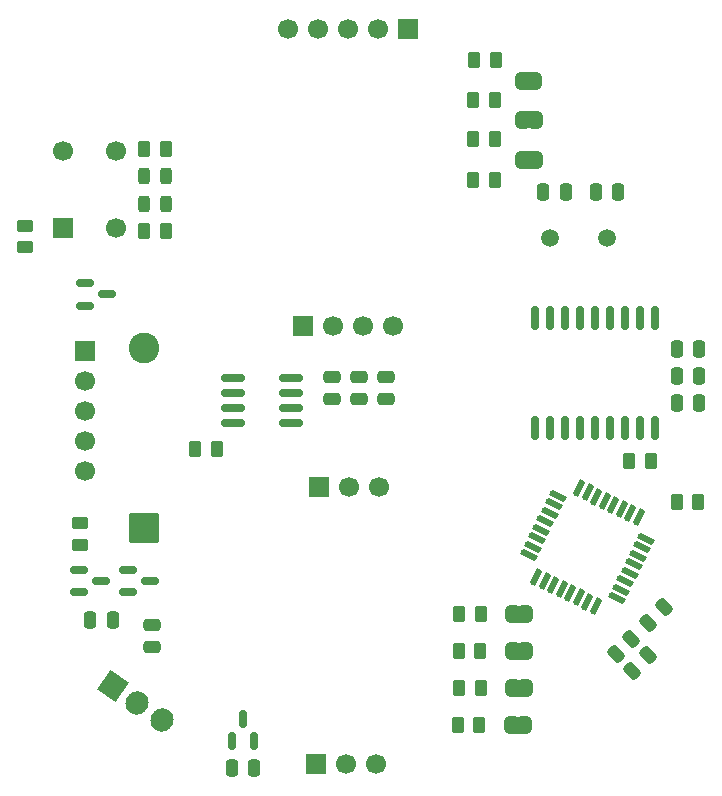
<source format=gbr>
%TF.GenerationSoftware,KiCad,Pcbnew,9.0.6*%
%TF.CreationDate,2025-11-28T23:16:45+01:00*%
%TF.ProjectId,Ruderlage,52756465-726c-4616-9765-2e6b69636164,rev?*%
%TF.SameCoordinates,Original*%
%TF.FileFunction,Soldermask,Top*%
%TF.FilePolarity,Negative*%
%FSLAX46Y46*%
G04 Gerber Fmt 4.6, Leading zero omitted, Abs format (unit mm)*
G04 Created by KiCad (PCBNEW 9.0.6) date 2025-11-28 23:16:45*
%MOMM*%
%LPD*%
G01*
G04 APERTURE LIST*
G04 Aperture macros list*
%AMRoundRect*
0 Rectangle with rounded corners*
0 $1 Rounding radius*
0 $2 $3 $4 $5 $6 $7 $8 $9 X,Y pos of 4 corners*
0 Add a 4 corners polygon primitive as box body*
4,1,4,$2,$3,$4,$5,$6,$7,$8,$9,$2,$3,0*
0 Add four circle primitives for the rounded corners*
1,1,$1+$1,$2,$3*
1,1,$1+$1,$4,$5*
1,1,$1+$1,$6,$7*
1,1,$1+$1,$8,$9*
0 Add four rect primitives between the rounded corners*
20,1,$1+$1,$2,$3,$4,$5,0*
20,1,$1+$1,$4,$5,$6,$7,0*
20,1,$1+$1,$6,$7,$8,$9,0*
20,1,$1+$1,$8,$9,$2,$3,0*%
%AMHorizOval*
0 Thick line with rounded ends*
0 $1 width*
0 $2 $3 position (X,Y) of the first rounded end (center of the circle)*
0 $4 $5 position (X,Y) of the second rounded end (center of the circle)*
0 Add line between two ends*
20,1,$1,$2,$3,$4,$5,0*
0 Add two circle primitives to create the rounded ends*
1,1,$1,$2,$3*
1,1,$1,$4,$5*%
%AMRotRect*
0 Rectangle, with rotation*
0 The origin of the aperture is its center*
0 $1 length*
0 $2 width*
0 $3 Rotation angle, in degrees counterclockwise*
0 Add horizontal line*
21,1,$1,$2,0,0,$3*%
%AMFreePoly0*
4,1,23,0.500000,-0.750000,0.000000,-0.750000,0.000000,-0.745722,-0.065263,-0.745722,-0.191342,-0.711940,-0.304381,-0.646677,-0.396677,-0.554381,-0.461940,-0.441342,-0.495722,-0.315263,-0.495722,-0.250000,-0.500000,-0.250000,-0.500000,0.250000,-0.495722,0.250000,-0.495722,0.315263,-0.461940,0.441342,-0.396677,0.554381,-0.304381,0.646677,-0.191342,0.711940,-0.065263,0.745722,0.000000,0.745722,
0.000000,0.750000,0.500000,0.750000,0.500000,-0.750000,0.500000,-0.750000,$1*%
%AMFreePoly1*
4,1,23,0.000000,0.745722,0.065263,0.745722,0.191342,0.711940,0.304381,0.646677,0.396677,0.554381,0.461940,0.441342,0.495722,0.315263,0.495722,0.250000,0.500000,0.250000,0.500000,-0.250000,0.495722,-0.250000,0.495722,-0.315263,0.461940,-0.441342,0.396677,-0.554381,0.304381,-0.646677,0.191342,-0.711940,0.065263,-0.745722,0.000000,-0.745722,0.000000,-0.750000,-0.500000,-0.750000,
-0.500000,0.750000,0.000000,0.750000,0.000000,0.745722,0.000000,0.745722,$1*%
G04 Aperture macros list end*
%ADD10RoundRect,0.150000X-0.587500X-0.150000X0.587500X-0.150000X0.587500X0.150000X-0.587500X0.150000X0*%
%ADD11RoundRect,0.250000X-0.475000X0.250000X-0.475000X-0.250000X0.475000X-0.250000X0.475000X0.250000X0*%
%ADD12RoundRect,0.137500X-0.139439X-0.599552X0.386607X0.479000X0.139439X0.599552X-0.386607X-0.479000X0*%
%ADD13RoundRect,0.137500X0.479000X-0.386607X0.599552X-0.139439X-0.479000X0.386607X-0.599552X0.139439X0*%
%ADD14RoundRect,0.250000X0.250000X0.475000X-0.250000X0.475000X-0.250000X-0.475000X0.250000X-0.475000X0*%
%ADD15R,1.700000X1.700000*%
%ADD16C,1.700000*%
%ADD17FreePoly0,180.000000*%
%ADD18FreePoly1,180.000000*%
%ADD19RoundRect,0.250000X-0.262500X-0.450000X0.262500X-0.450000X0.262500X0.450000X-0.262500X0.450000X0*%
%ADD20RoundRect,0.250000X0.159099X-0.512652X0.512652X-0.159099X-0.159099X0.512652X-0.512652X0.159099X0*%
%ADD21RoundRect,0.250000X-0.159099X0.512652X-0.512652X0.159099X0.159099X-0.512652X0.512652X-0.159099X0*%
%ADD22RoundRect,0.250000X-0.450000X0.262500X-0.450000X-0.262500X0.450000X-0.262500X0.450000X0.262500X0*%
%ADD23RoundRect,0.250000X1.050000X-1.050000X1.050000X1.050000X-1.050000X1.050000X-1.050000X-1.050000X0*%
%ADD24C,2.600000*%
%ADD25RoundRect,0.150000X0.825000X0.150000X-0.825000X0.150000X-0.825000X-0.150000X0.825000X-0.150000X0*%
%ADD26RoundRect,0.250000X0.450000X-0.262500X0.450000X0.262500X-0.450000X0.262500X-0.450000X-0.262500X0*%
%ADD27RotRect,1.905000X2.000000X325.000000*%
%ADD28HorizOval,1.905000X-0.027245X-0.038910X0.027245X0.038910X0*%
%ADD29RoundRect,0.250000X-0.250000X-0.475000X0.250000X-0.475000X0.250000X0.475000X-0.250000X0.475000X0*%
%ADD30RoundRect,0.250000X0.262500X0.450000X-0.262500X0.450000X-0.262500X-0.450000X0.262500X-0.450000X0*%
%ADD31RoundRect,0.150000X0.150000X-0.587500X0.150000X0.587500X-0.150000X0.587500X-0.150000X-0.587500X0*%
%ADD32C,1.500000*%
%ADD33RoundRect,0.243750X-0.243750X-0.456250X0.243750X-0.456250X0.243750X0.456250X-0.243750X0.456250X0*%
%ADD34RoundRect,0.250000X0.475000X-0.250000X0.475000X0.250000X-0.475000X0.250000X-0.475000X-0.250000X0*%
%ADD35RoundRect,0.150000X-0.150000X0.875000X-0.150000X-0.875000X0.150000X-0.875000X0.150000X0.875000X0*%
G04 APERTURE END LIST*
%TO.C,JP4*%
G36*
X14704000Y-22020000D02*
G01*
X14404000Y-22020000D01*
X14404000Y-20520000D01*
X14704000Y-20520000D01*
X14704000Y-22020000D01*
G37*
%TO.C,JP1*%
G36*
X15491400Y26265400D02*
G01*
X15191400Y26265400D01*
X15191400Y27765400D01*
X15491400Y27765400D01*
X15491400Y26265400D01*
G37*
%TO.C,JP5*%
G36*
X14704000Y-25152666D02*
G01*
X14404000Y-25152666D01*
X14404000Y-23652666D01*
X14704000Y-23652666D01*
X14704000Y-25152666D01*
G37*
%TO.C,JP6*%
G36*
X14607000Y-28285333D02*
G01*
X14307000Y-28285333D01*
X14307000Y-26785333D01*
X14607000Y-26785333D01*
X14607000Y-28285333D01*
G37*
%TO.C,JP2*%
G36*
X15528269Y23018650D02*
G01*
X15228269Y23018650D01*
X15228269Y24518650D01*
X15528269Y24518650D01*
X15528269Y23018650D01*
G37*
%TO.C,JP3*%
G36*
X15528269Y19589650D02*
G01*
X15228269Y19589650D01*
X15228269Y21089650D01*
X15528269Y21089650D01*
X15528269Y19589650D01*
G37*
%TO.C,JP7*%
G36*
X14704000Y-18887333D02*
G01*
X14404000Y-18887333D01*
X14404000Y-17387333D01*
X14704000Y-17387333D01*
X14704000Y-18887333D01*
G37*
%TD*%
D10*
%TO.C,D2*%
X-22741300Y-14376400D03*
X-22741300Y-16276400D03*
X-20866300Y-15326400D03*
%TD*%
D11*
%TO.C,C9*%
X3266000Y1966000D03*
X3266000Y66000D03*
%TD*%
D10*
%TO.C,Q1*%
X-18550300Y-14376400D03*
X-18550300Y-16276400D03*
X-16675300Y-15326400D03*
%TD*%
D12*
%TO.C,U4*%
X16004926Y-14940141D03*
X16723961Y-15290838D03*
X17442996Y-15641535D03*
X18162031Y-15992232D03*
X18881067Y-16342929D03*
X19600102Y-16693626D03*
X20319137Y-17044323D03*
X21038172Y-17395019D03*
D13*
X22860060Y-16767693D03*
X23210757Y-16048658D03*
X23561454Y-15329623D03*
X23912151Y-14610588D03*
X24262848Y-13891552D03*
X24613545Y-13172517D03*
X24964242Y-12453482D03*
X25314938Y-11734447D03*
D12*
X24687612Y-9912559D03*
X23968577Y-9561862D03*
X23249542Y-9211165D03*
X22530507Y-8860468D03*
X21811471Y-8509771D03*
X21092436Y-8159074D03*
X20373401Y-7808377D03*
X19654366Y-7457681D03*
D13*
X17832478Y-8085007D03*
X17481781Y-8804042D03*
X17131084Y-9523077D03*
X16780387Y-10242112D03*
X16429690Y-10961148D03*
X16078993Y-11680183D03*
X15728296Y-12399218D03*
X15377600Y-13118253D03*
%TD*%
D14*
%TO.C,C5*%
X29817000Y-230000D03*
X27917000Y-230000D03*
%TD*%
D15*
%TO.C,SW1*%
X-24094000Y14605649D03*
D16*
X-24094000Y21105649D03*
X-19594000Y14605649D03*
X-19594000Y21105649D03*
%TD*%
D17*
%TO.C,JP4*%
X15204000Y-21270000D03*
D18*
X13904000Y-21270000D03*
%TD*%
D15*
%TO.C,J4*%
X-2611731Y-30795000D03*
D16*
X-71731Y-30795000D03*
X2468269Y-30795000D03*
%TD*%
D19*
%TO.C,R3*%
X-12886500Y-4125000D03*
X-11061500Y-4125000D03*
%TD*%
D15*
%TO.C,J5*%
X5171000Y31435000D03*
D16*
X2631000Y31435000D03*
X91000Y31435000D03*
X-2449000Y31435001D03*
X-4989000Y31435000D03*
%TD*%
D20*
%TO.C,C7*%
X25491498Y-18845502D03*
X26835000Y-17502000D03*
%TD*%
D21*
%TO.C,C6*%
X25474751Y-21588849D03*
X24131249Y-22932351D03*
%TD*%
D17*
%TO.C,JP1*%
X15991400Y27015400D03*
D18*
X14691400Y27015400D03*
%TD*%
D22*
%TO.C,R5*%
X-22616600Y-10426100D03*
X-22616600Y-12251100D03*
%TD*%
D19*
%TO.C,R14*%
X9368500Y-27493000D03*
X11193500Y-27493000D03*
%TD*%
D23*
%TO.C,D1*%
X-17181000Y-10856000D03*
D24*
X-17181000Y4384000D03*
%TD*%
D17*
%TO.C,JP5*%
X15204000Y-24402666D03*
D18*
X13904000Y-24402666D03*
%TD*%
D17*
%TO.C,JP6*%
X15107000Y-27535333D03*
D18*
X13807000Y-27535333D03*
%TD*%
D25*
%TO.C,U2*%
X-4749200Y-1915200D03*
X-4749200Y-645200D03*
X-4749200Y624800D03*
X-4749200Y1894800D03*
X-9699200Y1894800D03*
X-9699200Y624800D03*
X-9699200Y-645200D03*
X-9699200Y-1915200D03*
%TD*%
D14*
%TO.C,C13*%
X-19837800Y-18603000D03*
X-21737800Y-18603000D03*
%TD*%
%TO.C,C1*%
X22947269Y17672650D03*
X21047269Y17672650D03*
%TD*%
D17*
%TO.C,JP2*%
X16028269Y23768650D03*
D18*
X14728269Y23768650D03*
%TD*%
D14*
%TO.C,C14*%
X-7849000Y-31176000D03*
X-9749000Y-31176000D03*
%TD*%
D26*
%TO.C,R4*%
X-27239400Y12945700D03*
X-27239400Y14770700D03*
%TD*%
D19*
%TO.C,R12*%
X10670769Y22117650D03*
X12495769Y22117650D03*
%TD*%
D11*
%TO.C,C10*%
X980000Y1966000D03*
X980000Y66000D03*
%TD*%
D14*
%TO.C,C4*%
X29817000Y2056000D03*
X27917000Y2056000D03*
%TD*%
D27*
%TO.C,U6*%
X-19868407Y-24189565D03*
D28*
X-17787761Y-25646449D03*
X-15707115Y-27103333D03*
%TD*%
D15*
%TO.C,J3*%
X-22198731Y4130000D03*
D16*
X-22198731Y1590000D03*
X-22198731Y-950000D03*
X-22198731Y-3490000D03*
X-22198731Y-6030000D03*
%TD*%
D29*
%TO.C,C2*%
X16602269Y17672650D03*
X18502269Y17672650D03*
%TD*%
D30*
%TO.C,R6*%
X-15379500Y21275000D03*
X-17204500Y21275000D03*
%TD*%
D31*
%TO.C,U3*%
X-9749000Y-28857850D03*
X-7849000Y-28857850D03*
X-8799000Y-26982850D03*
%TD*%
D15*
%TO.C,J2*%
X-2398200Y-7325400D03*
D16*
X141800Y-7325400D03*
X2681800Y-7325400D03*
%TD*%
D17*
%TO.C,JP3*%
X16028269Y20339650D03*
D18*
X14728269Y20339650D03*
%TD*%
D32*
%TO.C,Y1*%
X22009000Y13740000D03*
X17129000Y13740000D03*
%TD*%
D15*
%TO.C,J1*%
X-3719000Y6289000D03*
D16*
X-1179000Y6289000D03*
X1361000Y6289000D03*
X3901000Y6289000D03*
%TD*%
D30*
%TO.C,R10*%
X25703769Y-5141000D03*
X23878769Y-5141000D03*
%TD*%
D19*
%TO.C,R15*%
X9465500Y-18095000D03*
X11290500Y-18095000D03*
%TD*%
D10*
%TO.C,D5*%
X-22224400Y9905400D03*
X-22224400Y8005400D03*
X-20349400Y8955400D03*
%TD*%
D33*
%TO.C,D3*%
X-17229500Y16576000D03*
X-15354500Y16576000D03*
%TD*%
D19*
%TO.C,R13*%
X10670769Y18688650D03*
X12495769Y18688650D03*
%TD*%
%TO.C,R9*%
X9465500Y-24360333D03*
X11290500Y-24360333D03*
%TD*%
D14*
%TO.C,C3*%
X29817000Y4342000D03*
X27917000Y4342000D03*
%TD*%
D30*
%TO.C,R7*%
X-15379500Y14290000D03*
X-17204500Y14290000D03*
%TD*%
%TO.C,R2*%
X29740469Y-8641750D03*
X27915469Y-8641750D03*
%TD*%
D17*
%TO.C,JP7*%
X15204000Y-18137333D03*
D18*
X13904000Y-18137333D03*
%TD*%
D34*
%TO.C,C12*%
X-16509400Y-20924600D03*
X-16509400Y-19024600D03*
%TD*%
D11*
%TO.C,C11*%
X-1306000Y1966000D03*
X-1306000Y66000D03*
%TD*%
D35*
%TO.C,U1*%
X26073000Y6960000D03*
X24803000Y6960000D03*
X23533000Y6960000D03*
X22263000Y6960000D03*
X20993000Y6960000D03*
X19723000Y6960000D03*
X18453000Y6960000D03*
X17183000Y6960000D03*
X15913000Y6960000D03*
X15913000Y-2340000D03*
X17183000Y-2340000D03*
X18453000Y-2340000D03*
X19723000Y-2340000D03*
X20993000Y-2340000D03*
X22263000Y-2340000D03*
X23533000Y-2340000D03*
X24803000Y-2340000D03*
X26073000Y-2340000D03*
%TD*%
D21*
%TO.C,C8*%
X24068600Y-20177800D03*
X22725098Y-21521302D03*
%TD*%
D33*
%TO.C,D4*%
X-17229500Y18989000D03*
X-15354500Y18989000D03*
%TD*%
D19*
%TO.C,R1*%
X10735500Y28768000D03*
X12560500Y28768000D03*
%TD*%
%TO.C,R11*%
X10670769Y25419650D03*
X12495769Y25419650D03*
%TD*%
%TO.C,R8*%
X9442000Y-21227667D03*
X11267000Y-21227667D03*
%TD*%
M02*

</source>
